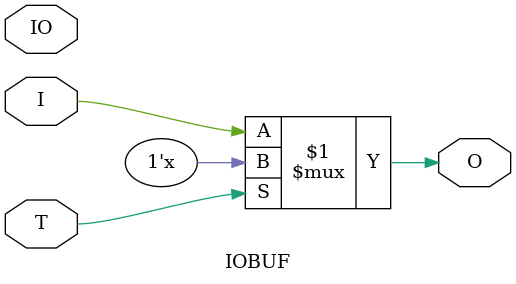
<source format=v>


`timescale 1 ps / 1 ps


module IOBUF
        (
            inout   wire    IO, 
            input   wire    I,
            output  wire    O,
            input   wire    T
        );

    assign O = T ? 1'bz : I;

endmodule


</source>
